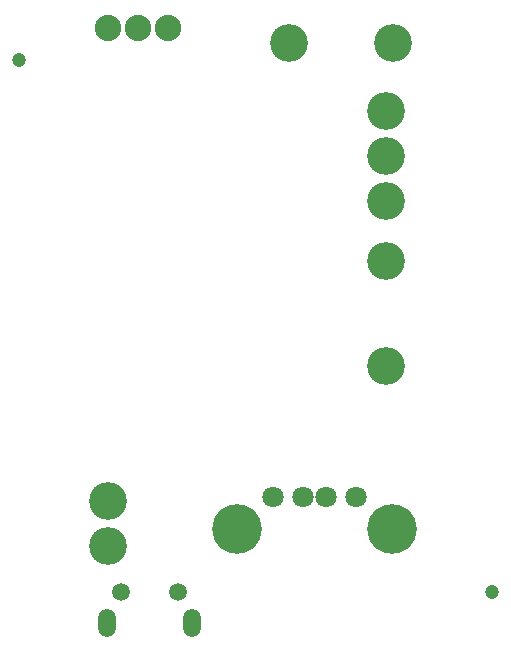
<source format=gbs>
G04*
G04 #@! TF.GenerationSoftware,Altium Limited,CircuitStudio,1.5.2 (30)*
G04*
G04 Layer_Color=9406343*
%FSLAX25Y25*%
%MOIN*%
G70*
G01*
G75*
%ADD74C,0.12611*%
%ADD75C,0.08832*%
%ADD76C,0.16548*%
%ADD77C,0.07099*%
%ADD79O,0.05918X0.09461*%
%ADD80C,0.05918*%
%ADD81C,0.04737*%
D74*
X10000Y35000D02*
D03*
Y50000D02*
D03*
X102500Y95000D02*
D03*
Y130000D02*
D03*
Y150000D02*
D03*
Y165000D02*
D03*
Y180000D02*
D03*
X70177Y202500D02*
D03*
X104823D02*
D03*
D75*
X30000Y207500D02*
D03*
X20000D02*
D03*
X10000D02*
D03*
D76*
X104606Y40512D02*
D03*
X52874D02*
D03*
D77*
X92520Y51181D02*
D03*
X82677D02*
D03*
X74803D02*
D03*
X64961D02*
D03*
D79*
X37795Y9205D02*
D03*
X9449D02*
D03*
D80*
X33169Y19716D02*
D03*
X14075D02*
D03*
D81*
X-19685Y196850D02*
D03*
X137795Y19685D02*
D03*
M02*

</source>
